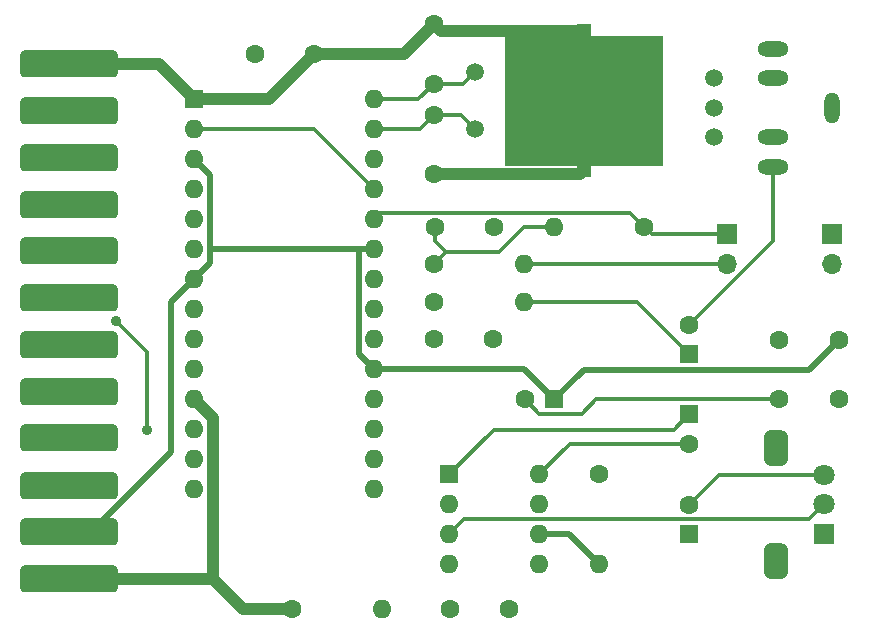
<source format=gtl>
%TF.GenerationSoftware,KiCad,Pcbnew,(6.0.4-0)*%
%TF.CreationDate,2022-09-19T22:18:13-04:00*%
%TF.ProjectId,VIC1214Reloaded-1.0-001,56494331-3231-4345-9265-6c6f61646564,rev?*%
%TF.SameCoordinates,Original*%
%TF.FileFunction,Copper,L1,Top*%
%TF.FilePolarity,Positive*%
%FSLAX46Y46*%
G04 Gerber Fmt 4.6, Leading zero omitted, Abs format (unit mm)*
G04 Created by KiCad (PCBNEW (6.0.4-0)) date 2022-09-19 22:18:13*
%MOMM*%
%LPD*%
G01*
G04 APERTURE LIST*
G04 Aperture macros list*
%AMRoundRect*
0 Rectangle with rounded corners*
0 $1 Rounding radius*
0 $2 $3 $4 $5 $6 $7 $8 $9 X,Y pos of 4 corners*
0 Add a 4 corners polygon primitive as box body*
4,1,4,$2,$3,$4,$5,$6,$7,$8,$9,$2,$3,0*
0 Add four circle primitives for the rounded corners*
1,1,$1+$1,$2,$3*
1,1,$1+$1,$4,$5*
1,1,$1+$1,$6,$7*
1,1,$1+$1,$8,$9*
0 Add four rect primitives between the rounded corners*
20,1,$1+$1,$2,$3,$4,$5,0*
20,1,$1+$1,$4,$5,$6,$7,0*
20,1,$1+$1,$6,$7,$8,$9,0*
20,1,$1+$1,$8,$9,$2,$3,0*%
G04 Aperture macros list end*
%TA.AperFunction,ComponentPad*%
%ADD10C,1.600000*%
%TD*%
%TA.AperFunction,ComponentPad*%
%ADD11O,1.600000X1.600000*%
%TD*%
%TA.AperFunction,ComponentPad*%
%ADD12R,1.600000X1.600000*%
%TD*%
%TA.AperFunction,ComponentPad*%
%ADD13O,1.308000X2.616000*%
%TD*%
%TA.AperFunction,ComponentPad*%
%ADD14O,2.616000X1.308000*%
%TD*%
%TA.AperFunction,ComponentPad*%
%ADD15C,1.508000*%
%TD*%
%TA.AperFunction,ComponentPad*%
%ADD16R,1.800000X1.800000*%
%TD*%
%TA.AperFunction,ComponentPad*%
%ADD17C,1.800000*%
%TD*%
%TA.AperFunction,ComponentPad*%
%ADD18RoundRect,0.500000X0.500000X-1.000000X0.500000X1.000000X-0.500000X1.000000X-0.500000X-1.000000X0*%
%TD*%
%TA.AperFunction,ComponentPad*%
%ADD19R,1.700000X1.700000*%
%TD*%
%TA.AperFunction,ComponentPad*%
%ADD20O,1.700000X1.700000*%
%TD*%
%TA.AperFunction,SMDPad,CuDef*%
%ADD21RoundRect,0.342900X3.784600X-0.800100X3.784600X0.800100X-3.784600X0.800100X-3.784600X-0.800100X0*%
%TD*%
%TA.AperFunction,ComponentPad*%
%ADD22C,1.500000*%
%TD*%
%TA.AperFunction,ComponentPad*%
%ADD23R,1.200000X1.200000*%
%TD*%
%TA.AperFunction,SMDPad,CuDef*%
%ADD24R,13.500000X11.000000*%
%TD*%
%TA.AperFunction,ViaPad*%
%ADD25C,0.889000*%
%TD*%
%TA.AperFunction,Conductor*%
%ADD26C,0.300000*%
%TD*%
%TA.AperFunction,Conductor*%
%ADD27C,1.000000*%
%TD*%
%TA.AperFunction,Conductor*%
%ADD28C,0.508000*%
%TD*%
G04 APERTURE END LIST*
D10*
%TO.P,C108,1*%
%TO.N,VCC*%
X128270000Y-101640000D03*
%TO.P,C108,2*%
%TO.N,GNDA*%
X128270000Y-106640000D03*
%TD*%
%TO.P,C111,1*%
%TO.N,Net-(C111-Pad1)*%
X93980000Y-101600000D03*
%TO.P,C111,2*%
%TO.N,GNDA*%
X98980000Y-101600000D03*
%TD*%
%TO.P,R104,1*%
%TO.N,Net-(C111-Pad1)*%
X93980000Y-98425000D03*
D11*
%TO.P,R104,2*%
%TO.N,Net-(C112-Pad1)*%
X101600000Y-98425000D03*
%TD*%
D12*
%TO.P,U102,1,GND*%
%TO.N,GND*%
X73660000Y-81280000D03*
D11*
%TO.P,U102,2,~{RESET}*%
%TO.N,Net-(R101-Pad1)*%
X73660000Y-83820000D03*
%TO.P,U102,3,ROM_DIS*%
%TO.N,VCC*%
X73660000Y-86360000D03*
%TO.P,U102,4,C1*%
%TO.N,unconnected-(U102-Pad4)*%
X73660000Y-88900000D03*
%TO.P,U102,5,C2*%
%TO.N,unconnected-(U102-Pad5)*%
X73660000Y-91440000D03*
%TO.P,U102,6,C3*%
%TO.N,unconnected-(U102-Pad6)*%
X73660000Y-93980000D03*
%TO.P,U102,7,VCC*%
%TO.N,VCC*%
X73660000Y-96520000D03*
%TO.P,U102,8,SBY*%
%TO.N,PB6*%
X73660000Y-99060000D03*
%TO.P,U102,9,~{LRQ}*%
%TO.N,unconnected-(U102-Pad9)*%
X73660000Y-101600000D03*
%TO.P,U102,10,A8*%
%TO.N,GND*%
X73660000Y-104140000D03*
%TO.P,U102,11,A7*%
X73660000Y-106680000D03*
%TO.P,U102,12,SER_OUT*%
%TO.N,unconnected-(U102-Pad12)*%
X73660000Y-109220000D03*
%TO.P,U102,13,A6*%
%TO.N,PB5*%
X73660000Y-111760000D03*
%TO.P,U102,14,A5*%
%TO.N,PB4*%
X73660000Y-114300000D03*
%TO.P,U102,15,A4*%
%TO.N,PB3*%
X88900000Y-114300000D03*
%TO.P,U102,16,A3*%
%TO.N,PB2*%
X88900000Y-111760000D03*
%TO.P,U102,17,A2*%
%TO.N,PB1*%
X88900000Y-109220000D03*
%TO.P,U102,18,A1*%
%TO.N,PB0*%
X88900000Y-106680000D03*
%TO.P,U102,19,SE*%
%TO.N,VCC*%
X88900000Y-104140000D03*
%TO.P,U102,20,~{ALD}*%
%TO.N,PB7*%
X88900000Y-101600000D03*
%TO.P,U102,21,SER_IN*%
%TO.N,unconnected-(U102-Pad21)*%
X88900000Y-99060000D03*
%TO.P,U102,22,TEST*%
%TO.N,GND*%
X88900000Y-96520000D03*
%TO.P,U102,23,VD1*%
%TO.N,VCC*%
X88900000Y-93980000D03*
%TO.P,U102,24,DIG_OUT*%
%TO.N,Net-(JP101-Pad1)*%
X88900000Y-91440000D03*
%TO.P,U102,25,~{SBY_RESET}*%
%TO.N,Net-(R101-Pad1)*%
X88900000Y-88900000D03*
%TO.P,U102,26,ROMCLK*%
%TO.N,unconnected-(U102-Pad26)*%
X88900000Y-86360000D03*
%TO.P,U102,27,XTAL1*%
%TO.N,Net-(C103-Pad1)*%
X88900000Y-83820000D03*
%TO.P,U102,28,XTAL2*%
%TO.N,Net-(C102-Pad1)*%
X88900000Y-81280000D03*
%TD*%
D10*
%TO.P,R101,1*%
%TO.N,Net-(R101-Pad1)*%
X107950000Y-113030000D03*
D11*
%TO.P,R101,2*%
%TO.N,VCC*%
X107950000Y-120650000D03*
%TD*%
D13*
%TO.P,J101,1*%
%TO.N,GNDA*%
X127675000Y-81995000D03*
D14*
%TO.P,J101,2*%
%TO.N,Net-(C112-Pad2)*%
X122675000Y-76995000D03*
%TO.P,J101,3*%
X122675000Y-86995000D03*
D15*
%TO.P,J101,4*%
%TO.N,unconnected-(J101-Pad4)*%
X117675000Y-84495000D03*
%TO.P,J101,5*%
%TO.N,unconnected-(J101-Pad5)*%
X117675000Y-81995000D03*
%TO.P,J101,6*%
%TO.N,unconnected-(J101-Pad6)*%
X117675000Y-79495000D03*
D14*
%TO.P,J101,10*%
%TO.N,Net-(J101-Pad10)*%
X122675000Y-79495000D03*
%TO.P,J101,11*%
%TO.N,unconnected-(J101-Pad11)*%
X122675000Y-84495000D03*
%TD*%
D12*
%TO.P,C109,1*%
%TO.N,Net-(C109-Pad1)*%
X115570000Y-107950000D03*
D10*
%TO.P,C109,2*%
%TO.N,Net-(C109-Pad2)*%
X115570000Y-110450000D03*
%TD*%
D12*
%TO.P,U103,1,GAIN*%
%TO.N,Net-(C109-Pad1)*%
X95250000Y-113030000D03*
D11*
%TO.P,U103,2,-*%
%TO.N,GNDA*%
X95250000Y-115570000D03*
%TO.P,U103,3,+*%
%TO.N,Net-(U103-Pad3)*%
X95250000Y-118110000D03*
%TO.P,U103,4,GND*%
%TO.N,GNDA*%
X95250000Y-120650000D03*
%TO.P,U103,5*%
%TO.N,Net-(C112-Pad1)*%
X102870000Y-120650000D03*
%TO.P,U103,6,V+*%
%TO.N,VCC*%
X102870000Y-118110000D03*
%TO.P,U103,7,BYPASS*%
%TO.N,Net-(C110-Pad1)*%
X102870000Y-115570000D03*
%TO.P,U103,8,GAIN*%
%TO.N,Net-(C109-Pad2)*%
X102870000Y-113030000D03*
%TD*%
D16*
%TO.P,VR101,1,1*%
%TO.N,GNDA*%
X127000000Y-118070000D03*
D17*
%TO.P,VR101,2,2*%
%TO.N,Net-(U103-Pad3)*%
X127000000Y-115570000D03*
%TO.P,VR101,3,3*%
%TO.N,Net-(C107-Pad2)*%
X127000000Y-113070000D03*
D18*
%TO.P,VR101,MP,MountPin*%
%TO.N,GNDA*%
X122900000Y-110820000D03*
X122900000Y-120320000D03*
%TD*%
D10*
%TO.P,C103,1*%
%TO.N,Net-(C103-Pad1)*%
X93980000Y-82630000D03*
%TO.P,C103,2*%
%TO.N,GND*%
X93980000Y-87630000D03*
%TD*%
D12*
%TO.P,C107,1*%
%TO.N,Net-(C106-Pad1)*%
X115570000Y-118110000D03*
D10*
%TO.P,C107,2*%
%TO.N,Net-(C107-Pad2)*%
X115570000Y-115610000D03*
%TD*%
D19*
%TO.P,LS101,1,1*%
%TO.N,Net-(J101-Pad10)*%
X127635000Y-92710000D03*
D20*
%TO.P,LS101,2,2*%
%TO.N,GNDA*%
X127635000Y-95250000D03*
%TD*%
D12*
%TO.P,C112,1*%
%TO.N,Net-(C112-Pad1)*%
X115570000Y-102870000D03*
D10*
%TO.P,C112,2*%
%TO.N,Net-(C112-Pad2)*%
X115570000Y-100370000D03*
%TD*%
%TO.P,R102,1*%
%TO.N,Net-(JP101-Pad1)*%
X111760000Y-92075000D03*
D11*
%TO.P,R102,2*%
%TO.N,Net-(C104-Pad1)*%
X104140000Y-92075000D03*
%TD*%
D21*
%TO.P,U101,1*%
%TO.N,GND*%
X63100000Y-121876000D03*
%TO.P,U101,2*%
%TO.N,VCC*%
X63100000Y-117926000D03*
%TO.P,U101,3*%
%TO.N,unconnected-(U101-Pad3)*%
X63100000Y-113976000D03*
%TO.P,U101,4*%
%TO.N,unconnected-(U101-Pad4)*%
X63100000Y-109976000D03*
%TO.P,U101,5*%
%TO.N,unconnected-(U101-Pad5)*%
X63100000Y-106026000D03*
%TO.P,U101,6*%
%TO.N,unconnected-(U101-Pad6)*%
X63100000Y-102076000D03*
%TO.P,U101,7*%
%TO.N,unconnected-(U101-Pad7)*%
X63100000Y-98076000D03*
%TO.P,U101,8*%
%TO.N,unconnected-(U101-Pad8)*%
X63100000Y-94126000D03*
%TO.P,U101,9*%
%TO.N,unconnected-(U101-Pad9)*%
X63100000Y-90176000D03*
%TO.P,U101,10*%
%TO.N,unconnected-(U101-Pad10)*%
X63100000Y-86226000D03*
%TO.P,U101,11*%
%TO.N,unconnected-(U101-Pad11)*%
X63100000Y-82276000D03*
%TO.P,U101,12*%
%TO.N,GND*%
X63100000Y-78276000D03*
%TD*%
D10*
%TO.P,C101,1*%
%TO.N,VCC*%
X78820000Y-77470000D03*
%TO.P,C101,2*%
%TO.N,GND*%
X83820000Y-77470000D03*
%TD*%
D19*
%TO.P,JP101,1,A*%
%TO.N,Net-(JP101-Pad1)*%
X118745000Y-92710000D03*
D20*
%TO.P,JP101,2,B*%
%TO.N,Net-(C106-Pad1)*%
X118745000Y-95250000D03*
%TD*%
D10*
%TO.P,C106,1*%
%TO.N,Net-(C106-Pad1)*%
X123190000Y-101640000D03*
%TO.P,C106,2*%
%TO.N,GNDA*%
X123190000Y-106640000D03*
%TD*%
%TO.P,C102,1*%
%TO.N,Net-(C102-Pad1)*%
X93980000Y-79930000D03*
%TO.P,C102,2*%
%TO.N,GND*%
X93980000Y-74930000D03*
%TD*%
D22*
%TO.P,Y101,1,1*%
%TO.N,Net-(C103-Pad1)*%
X97430000Y-83820000D03*
%TO.P,Y101,2,2*%
%TO.N,Net-(C102-Pad1)*%
X97430000Y-78920000D03*
D23*
%TO.P,Y101,3,3*%
%TO.N,GND*%
X106680000Y-75470000D03*
X106680000Y-87270000D03*
D24*
X106680000Y-81370000D03*
%TD*%
D10*
%TO.P,C104,1*%
%TO.N,Net-(C104-Pad1)*%
X94060000Y-92075000D03*
%TO.P,C104,2*%
%TO.N,GNDA*%
X99060000Y-92075000D03*
%TD*%
D12*
%TO.P,C105,1*%
%TO.N,VCC*%
X104140000Y-106680000D03*
D10*
%TO.P,C105,2*%
%TO.N,GNDA*%
X101640000Y-106680000D03*
%TD*%
%TO.P,LK101,1*%
%TO.N,GND*%
X81915000Y-124460000D03*
D11*
%TO.P,LK101,2*%
%TO.N,GNDA*%
X89535000Y-124460000D03*
%TD*%
D10*
%TO.P,C110,1*%
%TO.N,Net-(C110-Pad1)*%
X100330000Y-124460000D03*
%TO.P,C110,2*%
%TO.N,GNDA*%
X95330000Y-124460000D03*
%TD*%
%TO.P,R103,1*%
%TO.N,Net-(C104-Pad1)*%
X93980000Y-95250000D03*
D11*
%TO.P,R103,2*%
%TO.N,Net-(C106-Pad1)*%
X101600000Y-95250000D03*
%TD*%
D25*
%TO.N,PB4*%
X67017400Y-100076000D03*
X69645000Y-109269900D03*
%TD*%
D26*
%TO.N,Net-(C102-Pad1)*%
X96420000Y-79930000D02*
X97430000Y-78920000D01*
X93980000Y-79930000D02*
X96420000Y-79930000D01*
X92630000Y-81280000D02*
X93980000Y-79930000D01*
X88900000Y-81280000D02*
X92630000Y-81280000D01*
%TO.N,GNDA*%
X107707000Y-106640000D02*
X123190000Y-106640000D01*
X102840000Y-107880000D02*
X106467000Y-107880000D01*
X106467000Y-107880000D02*
X107707000Y-106640000D01*
X101640000Y-106680000D02*
X102840000Y-107880000D01*
%TO.N,Net-(C103-Pad1)*%
X88900000Y-83820000D02*
X92790000Y-83820000D01*
X93980000Y-82630000D02*
X96240000Y-82630000D01*
X92790000Y-83820000D02*
X93980000Y-82630000D01*
X96240000Y-82630000D02*
X97430000Y-83820000D01*
%TO.N,Net-(C104-Pad1)*%
X104140000Y-92075000D02*
X101600000Y-92075000D01*
X99463700Y-94211300D02*
X95018800Y-94211300D01*
X94060000Y-93252500D02*
X94060000Y-92075000D01*
X95018800Y-94211200D02*
X94060000Y-93252500D01*
X93980000Y-95250000D02*
X95018800Y-94211200D01*
X95018800Y-94211300D02*
X95018800Y-94211200D01*
X101600000Y-92075000D02*
X99463700Y-94211300D01*
%TO.N,Net-(C109-Pad1)*%
X114270000Y-109250000D02*
X115570000Y-107950000D01*
X95250000Y-113030000D02*
X99030400Y-109250000D01*
X99030400Y-109250000D02*
X114270000Y-109250000D01*
%TO.N,Net-(JP101-Pad1)*%
X118745000Y-92710000D02*
X112395000Y-92710000D01*
X112395000Y-92710000D02*
X111760000Y-92075000D01*
X89486100Y-90853900D02*
X88900000Y-91440000D01*
X110539000Y-90853900D02*
X89486100Y-90853900D01*
X111760000Y-92075000D02*
X110539000Y-90853900D01*
%TO.N,Net-(R101-Pad1)*%
X83820000Y-83820000D02*
X73660000Y-83820000D01*
X88900000Y-88900000D02*
X83820000Y-83820000D01*
%TO.N,Net-(C106-Pad1)*%
X101600000Y-95250000D02*
X118745000Y-95250000D01*
D27*
%TO.N,GND*%
X63100000Y-78276000D02*
X70656000Y-78276000D01*
X106680000Y-87270000D02*
X106680000Y-81370000D01*
X106680000Y-75470000D02*
X94520000Y-75470000D01*
X75216100Y-108236000D02*
X73660000Y-106680000D01*
X93980000Y-87630000D02*
X106320000Y-87630000D01*
X75216100Y-121876000D02*
X75216100Y-108236000D01*
X94520000Y-75470000D02*
X93980000Y-74930000D01*
X77800100Y-124460000D02*
X75216100Y-121876000D01*
X70656000Y-78276000D02*
X73660000Y-81280000D01*
X81915000Y-124460000D02*
X77800100Y-124460000D01*
X106680000Y-81370000D02*
X106680000Y-75470000D01*
X91440000Y-77470000D02*
X93980000Y-74930000D01*
X83820000Y-77470000D02*
X91440000Y-77470000D01*
X63100000Y-121876000D02*
X75216100Y-121876000D01*
X80010000Y-81280000D02*
X73660000Y-81280000D01*
X83820000Y-77470000D02*
X80010000Y-81280000D01*
X106320000Y-87630000D02*
X106680000Y-87270000D01*
D26*
%TO.N,PB4*%
X69645000Y-109269900D02*
X69645000Y-102703600D01*
X69645000Y-102703600D02*
X67017400Y-100076000D01*
%TO.N,Net-(U103-Pad3)*%
X127000000Y-115570000D02*
X125730000Y-116840000D01*
X96520000Y-116840000D02*
X95250000Y-118110000D01*
X125730000Y-116840000D02*
X96520000Y-116840000D01*
D28*
%TO.N,VCC*%
X75011400Y-95168600D02*
X75011400Y-93980000D01*
X75011400Y-93980000D02*
X87595600Y-93980000D01*
X64958000Y-117926000D02*
X71729100Y-111155000D01*
X88900000Y-104140000D02*
X87595600Y-102836000D01*
X75011400Y-87711400D02*
X73660000Y-86360000D01*
X105410000Y-118110000D02*
X107950000Y-120650000D01*
X128270000Y-101640000D02*
X125736000Y-104174000D01*
X125736000Y-104174000D02*
X106646000Y-104174000D01*
X101600000Y-104140000D02*
X88900000Y-104140000D01*
X102870000Y-118110000D02*
X105410000Y-118110000D01*
X71729100Y-111155000D02*
X71729100Y-98450900D01*
X104140000Y-106680000D02*
X101600000Y-104140000D01*
X106646000Y-104174000D02*
X104140000Y-106680000D01*
X75011400Y-93980000D02*
X75011400Y-87711400D01*
X87595600Y-93980000D02*
X88900000Y-93980000D01*
X63100000Y-117926000D02*
X64958000Y-117926000D01*
X71729100Y-98450900D02*
X73660000Y-96520000D01*
X87595600Y-102836000D02*
X87595600Y-93980000D01*
X73660000Y-96520000D02*
X75011400Y-95168600D01*
D26*
%TO.N,Net-(C107-Pad2)*%
X127000000Y-113070000D02*
X118110000Y-113070000D01*
X118110000Y-113070000D02*
X115570000Y-115610000D01*
%TO.N,Net-(C109-Pad2)*%
X105450000Y-110450000D02*
X115570000Y-110450000D01*
X102870000Y-113030000D02*
X105450000Y-110450000D01*
%TO.N,Net-(C112-Pad1)*%
X111125000Y-98425000D02*
X115570000Y-102870000D01*
X101600000Y-98425000D02*
X111125000Y-98425000D01*
%TO.N,Net-(C112-Pad2)*%
X115570000Y-100370000D02*
X122675000Y-93265000D01*
X122675000Y-93265000D02*
X122675000Y-86995000D01*
%TD*%
M02*

</source>
